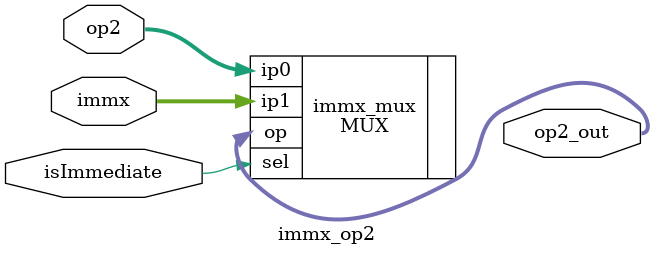
<source format=v>
module immx_op2(
    input [31:0] immx,
    input [31:0] op2,
    output [31:0] op2_out,
    input wire isImmediate
);

    MUX immx_mux (
        .ip0(op2),
        .ip1(immx),
        .sel(isImmediate),
        .op(op2_out)
    );

endmodule

</source>
